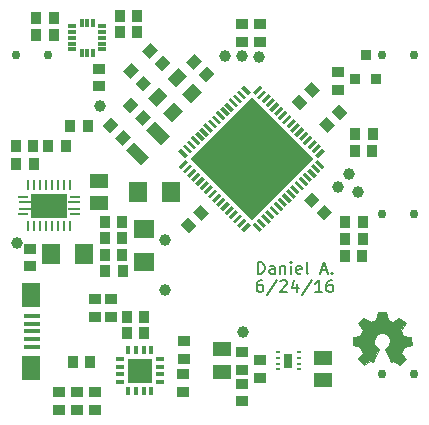
<source format=gts>
G04 (created by PCBNEW (2013-07-07 BZR 4022)-stable) date 6/24/2016 5:08:50 PM*
%MOIN*%
G04 Gerber Fmt 3.4, Leading zero omitted, Abs format*
%FSLAX34Y34*%
G01*
G70*
G90*
G04 APERTURE LIST*
%ADD10C,0.00590551*%
%ADD11C,0.006*%
%ADD12R,0.0531496X0.015748*%
%ADD13R,0.0629921X0.0826772*%
%ADD14C,0.0393701*%
%ADD15R,0.036X0.036*%
%ADD16R,0.059X0.0512*%
%ADD17R,0.0354X0.0394*%
%ADD18R,0.0394X0.0354*%
%ADD19R,0.031X0.015748*%
%ADD20R,0.03X0.015748*%
%ADD21R,0.015748X0.031*%
%ADD22R,0.0846457X0.0846457*%
%ADD23R,0.0314961X0.011811*%
%ADD24R,0.011811X0.0314961*%
%ADD25R,0.063X0.071*%
%ADD26R,0.071X0.063*%
%ADD27R,0.015748X0.00787402*%
%ADD28R,0.0314961X0.0511811*%
%ADD29C,0.0295276*%
%ADD30R,0.0110236X0.0334646*%
%ADD31R,0.120079X0.0807087*%
%ADD32R,0.0334646X0.0110236*%
%ADD33R,0.0442913X0.00905512*%
%ADD34C,0.001*%
G04 APERTURE END LIST*
G54D10*
G54D11*
X88628Y-59267D02*
X88628Y-58873D01*
X88722Y-58873D01*
X88778Y-58892D01*
X88816Y-58929D01*
X88834Y-58967D01*
X88853Y-59042D01*
X88853Y-59098D01*
X88834Y-59173D01*
X88816Y-59211D01*
X88778Y-59248D01*
X88722Y-59267D01*
X88628Y-59267D01*
X89191Y-59267D02*
X89191Y-59061D01*
X89172Y-59023D01*
X89134Y-59004D01*
X89059Y-59004D01*
X89022Y-59023D01*
X89191Y-59248D02*
X89153Y-59267D01*
X89059Y-59267D01*
X89022Y-59248D01*
X89003Y-59211D01*
X89003Y-59173D01*
X89022Y-59136D01*
X89059Y-59117D01*
X89153Y-59117D01*
X89191Y-59098D01*
X89378Y-59004D02*
X89378Y-59267D01*
X89378Y-59042D02*
X89397Y-59023D01*
X89434Y-59004D01*
X89491Y-59004D01*
X89528Y-59023D01*
X89547Y-59061D01*
X89547Y-59267D01*
X89734Y-59267D02*
X89734Y-59004D01*
X89734Y-58873D02*
X89716Y-58892D01*
X89734Y-58911D01*
X89753Y-58892D01*
X89734Y-58873D01*
X89734Y-58911D01*
X90072Y-59248D02*
X90034Y-59267D01*
X89959Y-59267D01*
X89922Y-59248D01*
X89903Y-59211D01*
X89903Y-59061D01*
X89922Y-59023D01*
X89959Y-59004D01*
X90034Y-59004D01*
X90072Y-59023D01*
X90090Y-59061D01*
X90090Y-59098D01*
X89903Y-59136D01*
X90315Y-59267D02*
X90278Y-59248D01*
X90259Y-59211D01*
X90259Y-58873D01*
X90747Y-59154D02*
X90934Y-59154D01*
X90709Y-59267D02*
X90840Y-58873D01*
X90972Y-59267D01*
X91103Y-59229D02*
X91122Y-59248D01*
X91103Y-59267D01*
X91084Y-59248D01*
X91103Y-59229D01*
X91103Y-59267D01*
X88778Y-59484D02*
X88703Y-59484D01*
X88666Y-59503D01*
X88647Y-59522D01*
X88609Y-59578D01*
X88591Y-59653D01*
X88591Y-59803D01*
X88609Y-59841D01*
X88628Y-59859D01*
X88666Y-59878D01*
X88741Y-59878D01*
X88778Y-59859D01*
X88797Y-59841D01*
X88816Y-59803D01*
X88816Y-59709D01*
X88797Y-59672D01*
X88778Y-59653D01*
X88741Y-59634D01*
X88666Y-59634D01*
X88628Y-59653D01*
X88609Y-59672D01*
X88591Y-59709D01*
X89266Y-59466D02*
X88928Y-59972D01*
X89378Y-59522D02*
X89397Y-59503D01*
X89434Y-59484D01*
X89528Y-59484D01*
X89566Y-59503D01*
X89584Y-59522D01*
X89603Y-59559D01*
X89603Y-59597D01*
X89584Y-59653D01*
X89359Y-59878D01*
X89603Y-59878D01*
X89940Y-59616D02*
X89940Y-59878D01*
X89847Y-59466D02*
X89753Y-59747D01*
X89997Y-59747D01*
X90428Y-59466D02*
X90090Y-59972D01*
X90765Y-59878D02*
X90540Y-59878D01*
X90653Y-59878D02*
X90653Y-59484D01*
X90615Y-59541D01*
X90578Y-59578D01*
X90540Y-59597D01*
X91103Y-59484D02*
X91028Y-59484D01*
X90990Y-59503D01*
X90972Y-59522D01*
X90934Y-59578D01*
X90915Y-59653D01*
X90915Y-59803D01*
X90934Y-59841D01*
X90953Y-59859D01*
X90990Y-59878D01*
X91065Y-59878D01*
X91103Y-59859D01*
X91122Y-59841D01*
X91140Y-59803D01*
X91140Y-59709D01*
X91122Y-59672D01*
X91103Y-59653D01*
X91065Y-59634D01*
X90990Y-59634D01*
X90953Y-59653D01*
X90934Y-59672D01*
X90915Y-59709D01*
G54D12*
X81110Y-60678D03*
X81110Y-60934D03*
X81110Y-61190D03*
X81110Y-61445D03*
X81110Y-61701D03*
G54D13*
X81060Y-62410D03*
X81060Y-59969D03*
G54D14*
X88680Y-52030D03*
X83380Y-53680D03*
X88130Y-61220D03*
X80590Y-58250D03*
X88100Y-52020D03*
X87530Y-52020D03*
X85520Y-59810D03*
X91653Y-55944D03*
X91299Y-56377D03*
X91980Y-56530D03*
X85520Y-58135D03*
G54D15*
X92570Y-52790D03*
X91870Y-52790D03*
X92220Y-51990D03*
G54D16*
X90787Y-62815D03*
X90787Y-62065D03*
X83340Y-56175D03*
X83340Y-56925D03*
G54D17*
X84254Y-61250D03*
X84846Y-61250D03*
X84254Y-60700D03*
X84846Y-60700D03*
G54D18*
X88110Y-62932D03*
X88110Y-63524D03*
X88110Y-61869D03*
X88110Y-62461D03*
G54D17*
X84116Y-58650D03*
X83524Y-58650D03*
X83524Y-58080D03*
X84116Y-58080D03*
G54D18*
X86150Y-63206D03*
X86150Y-62614D03*
G54D17*
X81176Y-55620D03*
X80584Y-55620D03*
X81146Y-55000D03*
X80554Y-55000D03*
G54D18*
X86160Y-62106D03*
X86160Y-61514D03*
X91290Y-52544D03*
X91290Y-53136D03*
G54D17*
X82236Y-55000D03*
X81644Y-55000D03*
X92126Y-57530D03*
X91534Y-57530D03*
X92116Y-58670D03*
X91524Y-58670D03*
G54D10*
G36*
X88425Y-53386D02*
X90471Y-55433D01*
X88425Y-57479D01*
X86379Y-55433D01*
X88425Y-53386D01*
X88425Y-53386D01*
G37*
G36*
X88543Y-57555D02*
X88780Y-57792D01*
X88696Y-57875D01*
X88459Y-57639D01*
X88543Y-57555D01*
X88543Y-57555D01*
G37*
G36*
X88682Y-57416D02*
X88919Y-57653D01*
X88835Y-57736D01*
X88599Y-57500D01*
X88682Y-57416D01*
X88682Y-57416D01*
G37*
G36*
X88821Y-57277D02*
X89058Y-57514D01*
X88975Y-57597D01*
X88738Y-57360D01*
X88821Y-57277D01*
X88821Y-57277D01*
G37*
G36*
X88961Y-57138D02*
X89197Y-57374D01*
X89114Y-57458D01*
X88877Y-57221D01*
X88961Y-57138D01*
X88961Y-57138D01*
G37*
G36*
X89100Y-56999D02*
X89336Y-57235D01*
X89253Y-57319D01*
X89016Y-57082D01*
X89100Y-56999D01*
X89100Y-56999D01*
G37*
G36*
X89239Y-56859D02*
X89476Y-57096D01*
X89392Y-57179D01*
X89155Y-56943D01*
X89239Y-56859D01*
X89239Y-56859D01*
G37*
G36*
X89378Y-56720D02*
X89615Y-56957D01*
X89531Y-57040D01*
X89295Y-56804D01*
X89378Y-56720D01*
X89378Y-56720D01*
G37*
G36*
X89517Y-56581D02*
X89754Y-56818D01*
X89670Y-56901D01*
X89434Y-56664D01*
X89517Y-56581D01*
X89517Y-56581D01*
G37*
G36*
X89657Y-56442D02*
X89893Y-56678D01*
X89810Y-56762D01*
X89573Y-56525D01*
X89657Y-56442D01*
X89657Y-56442D01*
G37*
G36*
X89796Y-56303D02*
X90032Y-56539D01*
X89949Y-56623D01*
X89712Y-56386D01*
X89796Y-56303D01*
X89796Y-56303D01*
G37*
G36*
X89935Y-56163D02*
X90172Y-56400D01*
X90088Y-56483D01*
X89851Y-56247D01*
X89935Y-56163D01*
X89935Y-56163D01*
G37*
G36*
X90074Y-56024D02*
X90311Y-56261D01*
X90227Y-56344D01*
X89991Y-56108D01*
X90074Y-56024D01*
X90074Y-56024D01*
G37*
G36*
X90213Y-55885D02*
X90450Y-56122D01*
X90366Y-56205D01*
X90130Y-55968D01*
X90213Y-55885D01*
X90213Y-55885D01*
G37*
G36*
X90353Y-55746D02*
X90589Y-55982D01*
X90506Y-56066D01*
X90269Y-55829D01*
X90353Y-55746D01*
X90353Y-55746D01*
G37*
G36*
X90492Y-55607D02*
X90728Y-55843D01*
X90645Y-55927D01*
X90408Y-55690D01*
X90492Y-55607D01*
X90492Y-55607D01*
G37*
G36*
X90631Y-55467D02*
X90868Y-55704D01*
X90784Y-55788D01*
X90547Y-55551D01*
X90631Y-55467D01*
X90631Y-55467D01*
G37*
G36*
X90868Y-55161D02*
X90631Y-55398D01*
X90547Y-55314D01*
X90784Y-55078D01*
X90868Y-55161D01*
X90868Y-55161D01*
G37*
G36*
X90728Y-55022D02*
X90492Y-55259D01*
X90408Y-55175D01*
X90645Y-54938D01*
X90728Y-55022D01*
X90728Y-55022D01*
G37*
G36*
X90589Y-54883D02*
X90353Y-55119D01*
X90269Y-55036D01*
X90506Y-54799D01*
X90589Y-54883D01*
X90589Y-54883D01*
G37*
G36*
X90450Y-54744D02*
X90213Y-54980D01*
X90130Y-54897D01*
X90366Y-54660D01*
X90450Y-54744D01*
X90450Y-54744D01*
G37*
G36*
X90311Y-54604D02*
X90074Y-54841D01*
X89991Y-54757D01*
X90227Y-54521D01*
X90311Y-54604D01*
X90311Y-54604D01*
G37*
G36*
X90172Y-54465D02*
X89935Y-54702D01*
X89851Y-54618D01*
X90088Y-54382D01*
X90172Y-54465D01*
X90172Y-54465D01*
G37*
G36*
X90032Y-54326D02*
X89796Y-54563D01*
X89712Y-54479D01*
X89949Y-54242D01*
X90032Y-54326D01*
X90032Y-54326D01*
G37*
G36*
X89893Y-54187D02*
X89657Y-54423D01*
X89573Y-54340D01*
X89810Y-54103D01*
X89893Y-54187D01*
X89893Y-54187D01*
G37*
G36*
X89754Y-54048D02*
X89517Y-54284D01*
X89434Y-54201D01*
X89670Y-53964D01*
X89754Y-54048D01*
X89754Y-54048D01*
G37*
G36*
X89615Y-53908D02*
X89378Y-54145D01*
X89295Y-54062D01*
X89531Y-53825D01*
X89615Y-53908D01*
X89615Y-53908D01*
G37*
G36*
X89476Y-53769D02*
X89239Y-54006D01*
X89155Y-53922D01*
X89392Y-53686D01*
X89476Y-53769D01*
X89476Y-53769D01*
G37*
G36*
X89336Y-53630D02*
X89100Y-53867D01*
X89016Y-53783D01*
X89253Y-53546D01*
X89336Y-53630D01*
X89336Y-53630D01*
G37*
G36*
X89197Y-53491D02*
X88961Y-53727D01*
X88877Y-53644D01*
X89114Y-53407D01*
X89197Y-53491D01*
X89197Y-53491D01*
G37*
G36*
X89058Y-53352D02*
X88821Y-53588D01*
X88738Y-53505D01*
X88975Y-53268D01*
X89058Y-53352D01*
X89058Y-53352D01*
G37*
G36*
X88919Y-53212D02*
X88682Y-53449D01*
X88599Y-53366D01*
X88835Y-53129D01*
X88919Y-53212D01*
X88919Y-53212D01*
G37*
G36*
X88780Y-53073D02*
X88543Y-53310D01*
X88459Y-53226D01*
X88696Y-52990D01*
X88780Y-53073D01*
X88780Y-53073D01*
G37*
G36*
X88153Y-52990D02*
X88390Y-53226D01*
X88306Y-53310D01*
X88070Y-53073D01*
X88153Y-52990D01*
X88153Y-52990D01*
G37*
G36*
X88014Y-53129D02*
X88251Y-53366D01*
X88167Y-53449D01*
X87931Y-53212D01*
X88014Y-53129D01*
X88014Y-53129D01*
G37*
G36*
X87875Y-53268D02*
X88112Y-53505D01*
X88028Y-53588D01*
X87791Y-53352D01*
X87875Y-53268D01*
X87875Y-53268D01*
G37*
G36*
X87736Y-53407D02*
X87972Y-53644D01*
X87889Y-53727D01*
X87652Y-53491D01*
X87736Y-53407D01*
X87736Y-53407D01*
G37*
G36*
X87596Y-53546D02*
X87833Y-53783D01*
X87750Y-53867D01*
X87513Y-53630D01*
X87596Y-53546D01*
X87596Y-53546D01*
G37*
G36*
X87457Y-53686D02*
X87694Y-53922D01*
X87610Y-54006D01*
X87374Y-53769D01*
X87457Y-53686D01*
X87457Y-53686D01*
G37*
G36*
X87318Y-53825D02*
X87555Y-54062D01*
X87471Y-54145D01*
X87235Y-53908D01*
X87318Y-53825D01*
X87318Y-53825D01*
G37*
G36*
X87179Y-53964D02*
X87416Y-54201D01*
X87332Y-54284D01*
X87095Y-54048D01*
X87179Y-53964D01*
X87179Y-53964D01*
G37*
G36*
X87040Y-54103D02*
X87276Y-54340D01*
X87193Y-54423D01*
X86956Y-54187D01*
X87040Y-54103D01*
X87040Y-54103D01*
G37*
G36*
X86901Y-54242D02*
X87137Y-54479D01*
X87054Y-54563D01*
X86817Y-54326D01*
X86901Y-54242D01*
X86901Y-54242D01*
G37*
G36*
X86761Y-54382D02*
X86998Y-54618D01*
X86914Y-54702D01*
X86678Y-54465D01*
X86761Y-54382D01*
X86761Y-54382D01*
G37*
G36*
X86622Y-54521D02*
X86859Y-54757D01*
X86775Y-54841D01*
X86539Y-54604D01*
X86622Y-54521D01*
X86622Y-54521D01*
G37*
G36*
X86483Y-54660D02*
X86720Y-54897D01*
X86636Y-54980D01*
X86399Y-54744D01*
X86483Y-54660D01*
X86483Y-54660D01*
G37*
G36*
X86344Y-54799D02*
X86580Y-55036D01*
X86497Y-55119D01*
X86260Y-54883D01*
X86344Y-54799D01*
X86344Y-54799D01*
G37*
G36*
X86205Y-54938D02*
X86441Y-55175D01*
X86358Y-55259D01*
X86121Y-55022D01*
X86205Y-54938D01*
X86205Y-54938D01*
G37*
G36*
X86065Y-55078D02*
X86302Y-55314D01*
X86218Y-55398D01*
X85982Y-55161D01*
X86065Y-55078D01*
X86065Y-55078D01*
G37*
G36*
X86302Y-55551D02*
X86065Y-55788D01*
X85982Y-55704D01*
X86218Y-55467D01*
X86302Y-55551D01*
X86302Y-55551D01*
G37*
G36*
X86441Y-55690D02*
X86205Y-55927D01*
X86121Y-55843D01*
X86358Y-55607D01*
X86441Y-55690D01*
X86441Y-55690D01*
G37*
G36*
X86580Y-55829D02*
X86344Y-56066D01*
X86260Y-55982D01*
X86497Y-55746D01*
X86580Y-55829D01*
X86580Y-55829D01*
G37*
G36*
X86720Y-55968D02*
X86483Y-56205D01*
X86399Y-56122D01*
X86636Y-55885D01*
X86720Y-55968D01*
X86720Y-55968D01*
G37*
G36*
X86859Y-56108D02*
X86622Y-56344D01*
X86539Y-56261D01*
X86775Y-56024D01*
X86859Y-56108D01*
X86859Y-56108D01*
G37*
G36*
X86998Y-56247D02*
X86761Y-56483D01*
X86678Y-56400D01*
X86914Y-56163D01*
X86998Y-56247D01*
X86998Y-56247D01*
G37*
G36*
X87137Y-56386D02*
X86901Y-56623D01*
X86817Y-56539D01*
X87054Y-56303D01*
X87137Y-56386D01*
X87137Y-56386D01*
G37*
G36*
X87276Y-56525D02*
X87040Y-56762D01*
X86956Y-56678D01*
X87193Y-56442D01*
X87276Y-56525D01*
X87276Y-56525D01*
G37*
G36*
X87416Y-56664D02*
X87179Y-56901D01*
X87095Y-56818D01*
X87332Y-56581D01*
X87416Y-56664D01*
X87416Y-56664D01*
G37*
G36*
X87555Y-56804D02*
X87318Y-57040D01*
X87235Y-56957D01*
X87471Y-56720D01*
X87555Y-56804D01*
X87555Y-56804D01*
G37*
G36*
X87694Y-56943D02*
X87457Y-57179D01*
X87374Y-57096D01*
X87610Y-56859D01*
X87694Y-56943D01*
X87694Y-56943D01*
G37*
G36*
X87833Y-57082D02*
X87596Y-57319D01*
X87513Y-57235D01*
X87750Y-56999D01*
X87833Y-57082D01*
X87833Y-57082D01*
G37*
G36*
X87972Y-57221D02*
X87736Y-57458D01*
X87652Y-57374D01*
X87889Y-57138D01*
X87972Y-57221D01*
X87972Y-57221D01*
G37*
G36*
X88112Y-57360D02*
X87875Y-57597D01*
X87791Y-57514D01*
X88028Y-57277D01*
X88112Y-57360D01*
X88112Y-57360D01*
G37*
G36*
X88251Y-57500D02*
X88014Y-57736D01*
X87931Y-57653D01*
X88167Y-57416D01*
X88251Y-57500D01*
X88251Y-57500D01*
G37*
G36*
X88390Y-57639D02*
X88153Y-57875D01*
X88070Y-57792D01*
X88306Y-57555D01*
X88390Y-57639D01*
X88390Y-57639D01*
G37*
G54D19*
X84020Y-62372D03*
X84020Y-62627D03*
X84020Y-62116D03*
X84020Y-62883D03*
X85379Y-62883D03*
G54D20*
X85379Y-62627D03*
G54D19*
X85379Y-62372D03*
X85379Y-62116D03*
G54D21*
X85083Y-63179D03*
X84827Y-63179D03*
X84572Y-63179D03*
X84316Y-63179D03*
X85083Y-61820D03*
X84572Y-61820D03*
X84827Y-61820D03*
X84316Y-61820D03*
G54D22*
X84700Y-62500D03*
G54D23*
X82448Y-51793D03*
X82448Y-51596D03*
X82448Y-51400D03*
X82448Y-51203D03*
X82448Y-51006D03*
G54D24*
X82753Y-50898D03*
X82950Y-50898D03*
X83146Y-50898D03*
G54D23*
X83451Y-51006D03*
X83451Y-51203D03*
X83451Y-51400D03*
X83451Y-51596D03*
X83451Y-51793D03*
G54D24*
X83146Y-51901D03*
X82753Y-51901D03*
X82950Y-51901D03*
G54D10*
G36*
X84918Y-54461D02*
X85197Y-54183D01*
X85698Y-54684D01*
X85419Y-54963D01*
X84918Y-54461D01*
X84918Y-54461D01*
G37*
G36*
X84222Y-55157D02*
X84501Y-54879D01*
X85002Y-55380D01*
X84724Y-55658D01*
X84222Y-55157D01*
X84222Y-55157D01*
G37*
G54D25*
X85735Y-56560D03*
X84635Y-56560D03*
G54D26*
X84830Y-57770D03*
X84830Y-58870D03*
G54D25*
X81740Y-58610D03*
X82840Y-58610D03*
G54D16*
X87440Y-61790D03*
X87440Y-62540D03*
G54D17*
X81836Y-50740D03*
X81244Y-50740D03*
G54D10*
G36*
X86758Y-57496D02*
X86480Y-57217D01*
X86730Y-56967D01*
X87009Y-57245D01*
X86758Y-57496D01*
X86758Y-57496D01*
G37*
G36*
X86340Y-57914D02*
X86061Y-57636D01*
X86311Y-57385D01*
X86590Y-57664D01*
X86340Y-57914D01*
X86340Y-57914D01*
G37*
G36*
X90012Y-53291D02*
X90291Y-53569D01*
X90041Y-53820D01*
X89762Y-53541D01*
X90012Y-53291D01*
X90012Y-53291D01*
G37*
G36*
X90431Y-52872D02*
X90709Y-53151D01*
X90459Y-53401D01*
X90181Y-53123D01*
X90431Y-52872D01*
X90431Y-52872D01*
G37*
G36*
X86664Y-52633D02*
X86943Y-52354D01*
X87193Y-52605D01*
X86915Y-52883D01*
X86664Y-52633D01*
X86664Y-52633D01*
G37*
G36*
X86246Y-52214D02*
X86524Y-51936D01*
X86775Y-52186D01*
X86496Y-52465D01*
X86246Y-52214D01*
X86246Y-52214D01*
G37*
G36*
X90918Y-54039D02*
X91196Y-54317D01*
X90946Y-54568D01*
X90667Y-54289D01*
X90918Y-54039D01*
X90918Y-54039D01*
G37*
G36*
X91336Y-53620D02*
X91615Y-53899D01*
X91365Y-54149D01*
X91086Y-53871D01*
X91336Y-53620D01*
X91336Y-53620D01*
G37*
G54D17*
X84024Y-51200D03*
X84616Y-51200D03*
G54D18*
X83330Y-52434D03*
X83330Y-53026D03*
G54D17*
X84024Y-50670D03*
X84616Y-50670D03*
X81826Y-51300D03*
X81234Y-51300D03*
G54D10*
G36*
X84551Y-54081D02*
X84829Y-53803D01*
X85080Y-54053D01*
X84801Y-54332D01*
X84551Y-54081D01*
X84551Y-54081D01*
G37*
G36*
X84132Y-53663D02*
X84411Y-53384D01*
X84661Y-53634D01*
X84382Y-53913D01*
X84132Y-53663D01*
X84132Y-53663D01*
G37*
G36*
X90685Y-56796D02*
X90406Y-57075D01*
X90156Y-56824D01*
X90434Y-56546D01*
X90685Y-56796D01*
X90685Y-56796D01*
G37*
G36*
X91103Y-57215D02*
X90825Y-57493D01*
X90574Y-57243D01*
X90853Y-56964D01*
X91103Y-57215D01*
X91103Y-57215D01*
G37*
G54D18*
X82000Y-63204D03*
X82000Y-63796D03*
G54D10*
G36*
X83881Y-54751D02*
X84160Y-54472D01*
X84410Y-54722D01*
X84132Y-55001D01*
X83881Y-54751D01*
X83881Y-54751D01*
G37*
G36*
X83463Y-54332D02*
X83741Y-54053D01*
X83992Y-54304D01*
X83713Y-54582D01*
X83463Y-54332D01*
X83463Y-54332D01*
G37*
G54D18*
X81050Y-58434D03*
X81050Y-59026D03*
G54D17*
X84116Y-57550D03*
X83524Y-57550D03*
X83534Y-59170D03*
X84126Y-59170D03*
G54D18*
X88700Y-62144D03*
X88700Y-62736D03*
G54D10*
G36*
X84551Y-52939D02*
X84829Y-52661D01*
X85080Y-52911D01*
X84801Y-53190D01*
X84551Y-52939D01*
X84551Y-52939D01*
G37*
G36*
X84132Y-52521D02*
X84411Y-52242D01*
X84661Y-52493D01*
X84382Y-52771D01*
X84132Y-52521D01*
X84132Y-52521D01*
G37*
G36*
X85181Y-52270D02*
X85459Y-51992D01*
X85709Y-52242D01*
X85431Y-52521D01*
X85181Y-52270D01*
X85181Y-52270D01*
G37*
G36*
X84762Y-51852D02*
X85041Y-51573D01*
X85291Y-51823D01*
X85012Y-52102D01*
X84762Y-51852D01*
X84762Y-51852D01*
G37*
G54D17*
X82956Y-54330D03*
X82364Y-54330D03*
X92126Y-58110D03*
X91534Y-58110D03*
G54D18*
X83200Y-60696D03*
X83200Y-60104D03*
X83750Y-60696D03*
X83750Y-60104D03*
G54D17*
X83046Y-62200D03*
X82454Y-62200D03*
G54D18*
X82600Y-63204D03*
X82600Y-63796D03*
X83200Y-63204D03*
X83200Y-63796D03*
G54D10*
G36*
X85615Y-53334D02*
X85253Y-53696D01*
X84961Y-53404D01*
X85323Y-53042D01*
X85615Y-53334D01*
X85615Y-53334D01*
G37*
G36*
X86130Y-53849D02*
X85768Y-54211D01*
X85476Y-53919D01*
X85838Y-53557D01*
X86130Y-53849D01*
X86130Y-53849D01*
G37*
G36*
X86255Y-52694D02*
X85893Y-53056D01*
X85601Y-52764D01*
X85963Y-52402D01*
X86255Y-52694D01*
X86255Y-52694D01*
G37*
G36*
X86770Y-53209D02*
X86408Y-53571D01*
X86116Y-53279D01*
X86478Y-52917D01*
X86770Y-53209D01*
X86770Y-53209D01*
G37*
G54D27*
X89291Y-61870D03*
X89291Y-62066D03*
X89291Y-62263D03*
X89291Y-62460D03*
X90000Y-62460D03*
X90000Y-62263D03*
X90000Y-62066D03*
X90000Y-61870D03*
G54D28*
X89645Y-62165D03*
G54D29*
X80561Y-51968D03*
X81643Y-51968D03*
X92765Y-51968D03*
X93848Y-51968D03*
X92765Y-57283D03*
X93848Y-57283D03*
X92765Y-62598D03*
X93848Y-62598D03*
G54D30*
X82363Y-57674D03*
X82167Y-57674D03*
X81970Y-57674D03*
X81773Y-57674D03*
X81576Y-57674D03*
X81379Y-57674D03*
X81182Y-57674D03*
X80986Y-57674D03*
X82363Y-56315D03*
X82167Y-56315D03*
X81970Y-56315D03*
X81773Y-56315D03*
X81576Y-56315D03*
X81379Y-56315D03*
X81182Y-56315D03*
X80986Y-56315D03*
G54D31*
X81675Y-56995D03*
G54D32*
X82550Y-57290D03*
X82550Y-56699D03*
X80799Y-57290D03*
X80799Y-56699D03*
G54D33*
X82496Y-57103D03*
X82496Y-56886D03*
X80853Y-57103D03*
X80853Y-56886D03*
G54D18*
X88105Y-50939D03*
X88105Y-51531D03*
X88690Y-50939D03*
X88690Y-51531D03*
G54D17*
X92446Y-55180D03*
X91854Y-55180D03*
X91864Y-54610D03*
X92456Y-54610D03*
G54D10*
G36*
X93753Y-61645D02*
X93503Y-61699D01*
X93417Y-61899D01*
X93557Y-62114D01*
X93368Y-62303D01*
X93152Y-62166D01*
X93068Y-62221D01*
X92874Y-61780D01*
X92940Y-61728D01*
X93010Y-61643D01*
X93038Y-61536D01*
X93025Y-61450D01*
X92998Y-61371D01*
X92955Y-61319D01*
X92885Y-61276D01*
X92820Y-61248D01*
X92714Y-61255D01*
X92625Y-61285D01*
X92564Y-61337D01*
X92524Y-61404D01*
X92500Y-61481D01*
X92500Y-61551D01*
X92518Y-61615D01*
X92545Y-61673D01*
X92588Y-61722D01*
X92640Y-61765D01*
X92669Y-61783D01*
X92481Y-62210D01*
X92372Y-62166D01*
X92169Y-62300D01*
X91986Y-62114D01*
X92126Y-61902D01*
X92043Y-61705D01*
X91787Y-61651D01*
X91789Y-61387D01*
X92046Y-61330D01*
X92123Y-61142D01*
X91983Y-60924D01*
X92163Y-60729D01*
X92387Y-60875D01*
X92584Y-60807D01*
X92632Y-60539D01*
X92905Y-60541D01*
X92956Y-60810D01*
X93141Y-60881D01*
X93350Y-60729D01*
X93554Y-60924D01*
X93414Y-61148D01*
X93485Y-61330D01*
X93751Y-61387D01*
X93753Y-61645D01*
X93753Y-61645D01*
G37*
G54D34*
X93753Y-61645D02*
X93503Y-61699D01*
X93417Y-61899D01*
X93557Y-62114D01*
X93368Y-62303D01*
X93152Y-62166D01*
X93068Y-62221D01*
X92874Y-61780D01*
X92940Y-61728D01*
X93010Y-61643D01*
X93038Y-61536D01*
X93025Y-61450D01*
X92998Y-61371D01*
X92955Y-61319D01*
X92885Y-61276D01*
X92820Y-61248D01*
X92714Y-61255D01*
X92625Y-61285D01*
X92564Y-61337D01*
X92524Y-61404D01*
X92500Y-61481D01*
X92500Y-61551D01*
X92518Y-61615D01*
X92545Y-61673D01*
X92588Y-61722D01*
X92640Y-61765D01*
X92669Y-61783D01*
X92481Y-62210D01*
X92372Y-62166D01*
X92169Y-62300D01*
X91986Y-62114D01*
X92126Y-61902D01*
X92043Y-61705D01*
X91787Y-61651D01*
X91789Y-61387D01*
X92046Y-61330D01*
X92123Y-61142D01*
X91983Y-60924D01*
X92163Y-60729D01*
X92387Y-60875D01*
X92584Y-60807D01*
X92632Y-60539D01*
X92905Y-60541D01*
X92956Y-60810D01*
X93141Y-60881D01*
X93350Y-60729D01*
X93554Y-60924D01*
X93414Y-61148D01*
X93485Y-61330D01*
X93751Y-61387D01*
X93753Y-61645D01*
M02*

</source>
